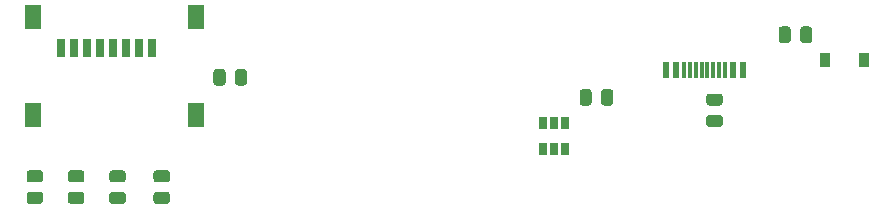
<source format=gbr>
%TF.GenerationSoftware,KiCad,Pcbnew,(5.1.12)-1*%
%TF.CreationDate,2022-03-21T20:12:08+01:00*%
%TF.ProjectId,TelemetryPrimePCB,54656c65-6d65-4747-9279-5072696d6550,rev?*%
%TF.SameCoordinates,Original*%
%TF.FileFunction,Paste,Bot*%
%TF.FilePolarity,Positive*%
%FSLAX46Y46*%
G04 Gerber Fmt 4.6, Leading zero omitted, Abs format (unit mm)*
G04 Created by KiCad (PCBNEW (5.1.12)-1) date 2022-03-21 20:12:08*
%MOMM*%
%LPD*%
G01*
G04 APERTURE LIST*
%ADD10R,0.650000X1.060000*%
%ADD11R,0.300000X1.450000*%
%ADD12R,0.600000X1.450000*%
%ADD13R,0.900000X1.200000*%
%ADD14R,1.450000X2.000000*%
%ADD15R,0.800000X1.500000*%
G04 APERTURE END LIST*
D10*
%TO.C,U6*%
X157000000Y-67350000D03*
X157950000Y-67350000D03*
X158900000Y-67350000D03*
X158900000Y-69550000D03*
X157000000Y-69550000D03*
X157950000Y-69550000D03*
%TD*%
%TO.C,R36*%
G36*
G01*
X176975000Y-60300001D02*
X176975000Y-59399999D01*
G75*
G02*
X177224999Y-59150000I249999J0D01*
G01*
X177750001Y-59150000D01*
G75*
G02*
X178000000Y-59399999I0J-249999D01*
G01*
X178000000Y-60300001D01*
G75*
G02*
X177750001Y-60550000I-249999J0D01*
G01*
X177224999Y-60550000D01*
G75*
G02*
X176975000Y-60300001I0J249999D01*
G01*
G37*
G36*
G01*
X178800000Y-60300001D02*
X178800000Y-59399999D01*
G75*
G02*
X179049999Y-59150000I249999J0D01*
G01*
X179575001Y-59150000D01*
G75*
G02*
X179825000Y-59399999I0J-249999D01*
G01*
X179825000Y-60300001D01*
G75*
G02*
X179575001Y-60550000I-249999J0D01*
G01*
X179049999Y-60550000D01*
G75*
G02*
X178800000Y-60300001I0J249999D01*
G01*
G37*
%TD*%
%TO.C,R35*%
G36*
G01*
X172000001Y-65850000D02*
X171099999Y-65850000D01*
G75*
G02*
X170850000Y-65600001I0J249999D01*
G01*
X170850000Y-65074999D01*
G75*
G02*
X171099999Y-64825000I249999J0D01*
G01*
X172000001Y-64825000D01*
G75*
G02*
X172250000Y-65074999I0J-249999D01*
G01*
X172250000Y-65600001D01*
G75*
G02*
X172000001Y-65850000I-249999J0D01*
G01*
G37*
G36*
G01*
X172000001Y-67675000D02*
X171099999Y-67675000D01*
G75*
G02*
X170850000Y-67425001I0J249999D01*
G01*
X170850000Y-66899999D01*
G75*
G02*
X171099999Y-66650000I249999J0D01*
G01*
X172000001Y-66650000D01*
G75*
G02*
X172250000Y-66899999I0J-249999D01*
G01*
X172250000Y-67425001D01*
G75*
G02*
X172000001Y-67675000I-249999J0D01*
G01*
G37*
%TD*%
%TO.C,R29*%
G36*
G01*
X160125000Y-65600001D02*
X160125000Y-64699999D01*
G75*
G02*
X160374999Y-64450000I249999J0D01*
G01*
X160900001Y-64450000D01*
G75*
G02*
X161150000Y-64699999I0J-249999D01*
G01*
X161150000Y-65600001D01*
G75*
G02*
X160900001Y-65850000I-249999J0D01*
G01*
X160374999Y-65850000D01*
G75*
G02*
X160125000Y-65600001I0J249999D01*
G01*
G37*
G36*
G01*
X161950000Y-65600001D02*
X161950000Y-64699999D01*
G75*
G02*
X162199999Y-64450000I249999J0D01*
G01*
X162725001Y-64450000D01*
G75*
G02*
X162975000Y-64699999I0J-249999D01*
G01*
X162975000Y-65600001D01*
G75*
G02*
X162725001Y-65850000I-249999J0D01*
G01*
X162199999Y-65850000D01*
G75*
G02*
X161950000Y-65600001I0J249999D01*
G01*
G37*
%TD*%
D11*
%TO.C,J7*%
X170450000Y-62795000D03*
X172450000Y-62795000D03*
X171950000Y-62795000D03*
X171450000Y-62795000D03*
X170950000Y-62795000D03*
X169950000Y-62795000D03*
X169450000Y-62795000D03*
X168950000Y-62795000D03*
D12*
X173950000Y-62795000D03*
X173150000Y-62795000D03*
X168250000Y-62795000D03*
X167450000Y-62795000D03*
X167450000Y-62795000D03*
X168250000Y-62795000D03*
X173150000Y-62795000D03*
X173950000Y-62795000D03*
%TD*%
D13*
%TO.C,D5*%
X184200000Y-61950000D03*
X180900000Y-61950000D03*
%TD*%
%TO.C,R25*%
G36*
G01*
X129125000Y-63900001D02*
X129125000Y-62999999D01*
G75*
G02*
X129374999Y-62750000I249999J0D01*
G01*
X129900001Y-62750000D01*
G75*
G02*
X130150000Y-62999999I0J-249999D01*
G01*
X130150000Y-63900001D01*
G75*
G02*
X129900001Y-64150000I-249999J0D01*
G01*
X129374999Y-64150000D01*
G75*
G02*
X129125000Y-63900001I0J249999D01*
G01*
G37*
G36*
G01*
X130950000Y-63900001D02*
X130950000Y-62999999D01*
G75*
G02*
X131199999Y-62750000I249999J0D01*
G01*
X131725001Y-62750000D01*
G75*
G02*
X131975000Y-62999999I0J-249999D01*
G01*
X131975000Y-63900001D01*
G75*
G02*
X131725001Y-64150000I-249999J0D01*
G01*
X131199999Y-64150000D01*
G75*
G02*
X130950000Y-63900001I0J249999D01*
G01*
G37*
%TD*%
%TO.C,R24*%
G36*
G01*
X121450001Y-74175000D02*
X120549999Y-74175000D01*
G75*
G02*
X120300000Y-73925001I0J249999D01*
G01*
X120300000Y-73399999D01*
G75*
G02*
X120549999Y-73150000I249999J0D01*
G01*
X121450001Y-73150000D01*
G75*
G02*
X121700000Y-73399999I0J-249999D01*
G01*
X121700000Y-73925001D01*
G75*
G02*
X121450001Y-74175000I-249999J0D01*
G01*
G37*
G36*
G01*
X121450001Y-72350000D02*
X120549999Y-72350000D01*
G75*
G02*
X120300000Y-72100001I0J249999D01*
G01*
X120300000Y-71574999D01*
G75*
G02*
X120549999Y-71325000I249999J0D01*
G01*
X121450001Y-71325000D01*
G75*
G02*
X121700000Y-71574999I0J-249999D01*
G01*
X121700000Y-72100001D01*
G75*
G02*
X121450001Y-72350000I-249999J0D01*
G01*
G37*
%TD*%
%TO.C,R23*%
G36*
G01*
X125200001Y-72350000D02*
X124299999Y-72350000D01*
G75*
G02*
X124050000Y-72100001I0J249999D01*
G01*
X124050000Y-71574999D01*
G75*
G02*
X124299999Y-71325000I249999J0D01*
G01*
X125200001Y-71325000D01*
G75*
G02*
X125450000Y-71574999I0J-249999D01*
G01*
X125450000Y-72100001D01*
G75*
G02*
X125200001Y-72350000I-249999J0D01*
G01*
G37*
G36*
G01*
X125200001Y-74175000D02*
X124299999Y-74175000D01*
G75*
G02*
X124050000Y-73925001I0J249999D01*
G01*
X124050000Y-73399999D01*
G75*
G02*
X124299999Y-73150000I249999J0D01*
G01*
X125200001Y-73150000D01*
G75*
G02*
X125450000Y-73399999I0J-249999D01*
G01*
X125450000Y-73925001D01*
G75*
G02*
X125200001Y-74175000I-249999J0D01*
G01*
G37*
%TD*%
%TO.C,R26*%
G36*
G01*
X113549999Y-71325000D02*
X114450001Y-71325000D01*
G75*
G02*
X114700000Y-71574999I0J-249999D01*
G01*
X114700000Y-72100001D01*
G75*
G02*
X114450001Y-72350000I-249999J0D01*
G01*
X113549999Y-72350000D01*
G75*
G02*
X113300000Y-72100001I0J249999D01*
G01*
X113300000Y-71574999D01*
G75*
G02*
X113549999Y-71325000I249999J0D01*
G01*
G37*
G36*
G01*
X113549999Y-73150000D02*
X114450001Y-73150000D01*
G75*
G02*
X114700000Y-73399999I0J-249999D01*
G01*
X114700000Y-73925001D01*
G75*
G02*
X114450001Y-74175000I-249999J0D01*
G01*
X113549999Y-74175000D01*
G75*
G02*
X113300000Y-73925001I0J249999D01*
G01*
X113300000Y-73399999D01*
G75*
G02*
X113549999Y-73150000I249999J0D01*
G01*
G37*
%TD*%
D14*
%TO.C,J6*%
X113875000Y-58350000D03*
X127625000Y-58350000D03*
X127625000Y-66650000D03*
X113875000Y-66650000D03*
D15*
X116250000Y-60950000D03*
X117350000Y-60950000D03*
X118450000Y-60950000D03*
X119550000Y-60950000D03*
X120650000Y-60950000D03*
X121750000Y-60950000D03*
X122850000Y-60950000D03*
X123950000Y-60950000D03*
%TD*%
%TO.C,R27*%
G36*
G01*
X117950001Y-72350000D02*
X117049999Y-72350000D01*
G75*
G02*
X116800000Y-72100001I0J249999D01*
G01*
X116800000Y-71574999D01*
G75*
G02*
X117049999Y-71325000I249999J0D01*
G01*
X117950001Y-71325000D01*
G75*
G02*
X118200000Y-71574999I0J-249999D01*
G01*
X118200000Y-72100001D01*
G75*
G02*
X117950001Y-72350000I-249999J0D01*
G01*
G37*
G36*
G01*
X117950001Y-74175000D02*
X117049999Y-74175000D01*
G75*
G02*
X116800000Y-73925001I0J249999D01*
G01*
X116800000Y-73399999D01*
G75*
G02*
X117049999Y-73150000I249999J0D01*
G01*
X117950001Y-73150000D01*
G75*
G02*
X118200000Y-73399999I0J-249999D01*
G01*
X118200000Y-73925001D01*
G75*
G02*
X117950001Y-74175000I-249999J0D01*
G01*
G37*
%TD*%
M02*

</source>
